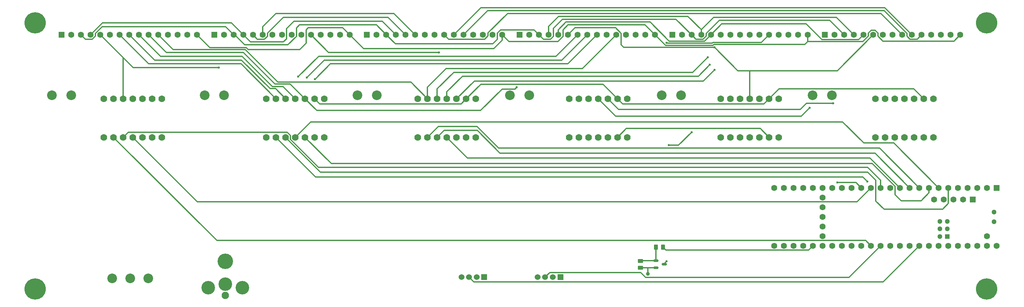
<source format=gtl>
%TF.GenerationSoftware,KiCad,Pcbnew,7.0.6*%
%TF.CreationDate,2023-08-01T16:55:51-04:00*%
%TF.ProjectId,arena_06-inf_teensy,6172656e-615f-4303-962d-696e665f7465,v0.1*%
%TF.SameCoordinates,Original*%
%TF.FileFunction,Copper,L1,Top*%
%TF.FilePolarity,Positive*%
%FSLAX46Y46*%
G04 Gerber Fmt 4.6, Leading zero omitted, Abs format (unit mm)*
G04 Created by KiCad (PCBNEW 7.0.6) date 2023-08-01 16:55:51*
%MOMM*%
%LPD*%
G01*
G04 APERTURE LIST*
G04 Aperture macros list*
%AMRoundRect*
0 Rectangle with rounded corners*
0 $1 Rounding radius*
0 $2 $3 $4 $5 $6 $7 $8 $9 X,Y pos of 4 corners*
0 Add a 4 corners polygon primitive as box body*
4,1,4,$2,$3,$4,$5,$6,$7,$8,$9,$2,$3,0*
0 Add four circle primitives for the rounded corners*
1,1,$1+$1,$2,$3*
1,1,$1+$1,$4,$5*
1,1,$1+$1,$6,$7*
1,1,$1+$1,$8,$9*
0 Add four rect primitives between the rounded corners*
20,1,$1+$1,$2,$3,$4,$5,0*
20,1,$1+$1,$4,$5,$6,$7,0*
20,1,$1+$1,$6,$7,$8,$9,0*
20,1,$1+$1,$8,$9,$2,$3,0*%
G04 Aperture macros list end*
%TA.AperFunction,ComponentPad*%
%ADD10C,2.540000*%
%TD*%
%TA.AperFunction,ComponentPad*%
%ADD11R,1.600000X1.600000*%
%TD*%
%TA.AperFunction,ComponentPad*%
%ADD12C,1.600000*%
%TD*%
%TA.AperFunction,ComponentPad*%
%ADD13C,1.778000*%
%TD*%
%TA.AperFunction,ComponentPad*%
%ADD14C,3.556000*%
%TD*%
%TA.AperFunction,ComponentPad*%
%ADD15C,1.930400*%
%TD*%
%TA.AperFunction,ComponentPad*%
%ADD16C,4.064000*%
%TD*%
%TA.AperFunction,ComponentPad*%
%ADD17R,1.524000X1.524000*%
%TD*%
%TA.AperFunction,ComponentPad*%
%ADD18C,1.524000*%
%TD*%
%TA.AperFunction,ComponentPad*%
%ADD19C,5.600000*%
%TD*%
%TA.AperFunction,ComponentPad*%
%ADD20R,1.300000X1.300000*%
%TD*%
%TA.AperFunction,ComponentPad*%
%ADD21C,1.300000*%
%TD*%
%TA.AperFunction,SMDPad,CuDef*%
%ADD22RoundRect,0.250000X-0.262500X-0.450000X0.262500X-0.450000X0.262500X0.450000X-0.262500X0.450000X0*%
%TD*%
%TA.AperFunction,SMDPad,CuDef*%
%ADD23RoundRect,0.250000X0.450000X-0.262500X0.450000X0.262500X-0.450000X0.262500X-0.450000X-0.262500X0*%
%TD*%
%TA.AperFunction,SMDPad,CuDef*%
%ADD24RoundRect,0.150000X-0.512500X-0.150000X0.512500X-0.150000X0.512500X0.150000X-0.512500X0.150000X0*%
%TD*%
%TA.AperFunction,ViaPad*%
%ADD25C,0.600000*%
%TD*%
%TA.AperFunction,ViaPad*%
%ADD26C,1.000000*%
%TD*%
%TA.AperFunction,Conductor*%
%ADD27C,0.300000*%
%TD*%
%TA.AperFunction,Conductor*%
%ADD28C,0.600000*%
%TD*%
G04 APERTURE END LIST*
D10*
%TO.P,C1,1*%
%TO.N,/VIN*%
X49460000Y-74000000D03*
%TO.P,C1,2*%
%TO.N,GND*%
X54540000Y-74000000D03*
%TD*%
%TO.P,C2,1*%
%TO.N,/VIN*%
X89530200Y-74000000D03*
%TO.P,C2,2*%
%TO.N,GND*%
X94610200Y-74000000D03*
%TD*%
%TO.P,C3,1*%
%TO.N,/VIN*%
X129680200Y-74000000D03*
%TO.P,C3,2*%
%TO.N,GND*%
X134760200Y-74000000D03*
%TD*%
%TO.P,C4,1*%
%TO.N,/VIN*%
X169710000Y-74000000D03*
%TO.P,C4,2*%
%TO.N,GND*%
X174790000Y-74000000D03*
%TD*%
%TO.P,C5,1*%
%TO.N,/VIN*%
X209630200Y-74000000D03*
%TO.P,C5,2*%
%TO.N,GND*%
X214710200Y-74000000D03*
%TD*%
D11*
%TO.P,P1,1*%
%TO.N,/VIN*%
X51970000Y-58100000D03*
D12*
%TO.P,P1,2*%
%TO.N,GND*%
X54510000Y-58100000D03*
%TO.P,P1,3*%
%TO.N,/RESET_PAN*%
X57050000Y-58100000D03*
%TO.P,P1,4*%
%TO.N,/SCK_0_5V*%
X59590000Y-58100000D03*
%TO.P,P1,5*%
%TO.N,/MOSI_0_5V*%
X62130000Y-58100000D03*
%TO.P,P1,6*%
%TO.N,/MISO_0_5V*%
X64670000Y-58100000D03*
%TO.P,P1,7*%
%TO.N,/CS_00_5V*%
X67210000Y-58100000D03*
%TO.P,P1,8*%
%TO.N,/CS_01_5V*%
X69750000Y-58100000D03*
%TO.P,P1,9*%
%TO.N,/CS_02_5V*%
X72290000Y-58100000D03*
%TO.P,P1,10*%
%TO.N,/CS_03_5V*%
X74830000Y-58100000D03*
%TO.P,P1,11*%
%TO.N,/CS_04_5V*%
X77370000Y-58100000D03*
%TO.P,P1,12*%
%TO.N,unconnected-(P1-Pad12)*%
X79910000Y-58100000D03*
%TO.P,P1,13*%
%TO.N,unconnected-(P1-Pad13)*%
X82450000Y-58100000D03*
%TO.P,P1,14*%
%TO.N,unconnected-(P1-Pad14)*%
X84990000Y-58100000D03*
%TO.P,P1,15*%
%TO.N,/EXT_INT_5V*%
X87530000Y-58100000D03*
%TD*%
D11*
%TO.P,P2,1*%
%TO.N,/VIN*%
X92070000Y-58100000D03*
D12*
%TO.P,P2,2*%
%TO.N,GND*%
X94610000Y-58100000D03*
%TO.P,P2,3*%
%TO.N,/RESET_PAN*%
X97150000Y-58100000D03*
%TO.P,P2,4*%
%TO.N,/SCK_0_5V*%
X99690000Y-58100000D03*
%TO.P,P2,5*%
%TO.N,/MOSI_0_5V*%
X102230000Y-58100000D03*
%TO.P,P2,6*%
%TO.N,/MISO_0_5V*%
X104770000Y-58100000D03*
%TO.P,P2,7*%
%TO.N,/CS_05_5V*%
X107310000Y-58100000D03*
%TO.P,P2,8*%
%TO.N,/CS_06_5V*%
X109850000Y-58100000D03*
%TO.P,P2,9*%
%TO.N,/CS_07_5V*%
X112390000Y-58100000D03*
%TO.P,P2,10*%
%TO.N,/CS_08_5V*%
X114930000Y-58100000D03*
%TO.P,P2,11*%
%TO.N,/CS_09_5V*%
X117470000Y-58100000D03*
%TO.P,P2,12*%
%TO.N,unconnected-(P2-Pad12)*%
X120010000Y-58100000D03*
%TO.P,P2,13*%
%TO.N,unconnected-(P2-Pad13)*%
X122550000Y-58100000D03*
%TO.P,P2,14*%
%TO.N,unconnected-(P2-Pad14)*%
X125090000Y-58100000D03*
%TO.P,P2,15*%
%TO.N,/EXT_INT_5V*%
X127630000Y-58100000D03*
%TD*%
D11*
%TO.P,P3,1*%
%TO.N,/VIN*%
X132170000Y-58100000D03*
D12*
%TO.P,P3,2*%
%TO.N,GND*%
X134710000Y-58100000D03*
%TO.P,P3,3*%
%TO.N,/RESET_PAN*%
X137250000Y-58100000D03*
%TO.P,P3,4*%
%TO.N,/SCK_0_5V*%
X139790000Y-58100000D03*
%TO.P,P3,5*%
%TO.N,/MOSI_0_5V*%
X142330000Y-58100000D03*
%TO.P,P3,6*%
%TO.N,/MISO_0_5V*%
X144870000Y-58100000D03*
%TO.P,P3,7*%
%TO.N,/CS_10_5V*%
X147410000Y-58100000D03*
%TO.P,P3,8*%
%TO.N,/CS_11_5V*%
X149950000Y-58100000D03*
%TO.P,P3,9*%
%TO.N,/CS_12_5V*%
X152490000Y-58100000D03*
%TO.P,P3,10*%
%TO.N,/CS_13_5V*%
X155030000Y-58100000D03*
%TO.P,P3,11*%
%TO.N,/CS_14_5V*%
X157570000Y-58100000D03*
%TO.P,P3,12*%
%TO.N,unconnected-(P3-Pad12)*%
X160110000Y-58100000D03*
%TO.P,P3,13*%
%TO.N,unconnected-(P3-Pad13)*%
X162650000Y-58100000D03*
%TO.P,P3,14*%
%TO.N,unconnected-(P3-Pad14)*%
X165190000Y-58100000D03*
%TO.P,P3,15*%
%TO.N,/EXT_INT_5V*%
X167730000Y-58100000D03*
%TD*%
D11*
%TO.P,P4,1*%
%TO.N,/VIN*%
X172270000Y-58100000D03*
D12*
%TO.P,P4,2*%
%TO.N,GND*%
X174810000Y-58100000D03*
%TO.P,P4,3*%
%TO.N,/RESET_PAN*%
X177350000Y-58100000D03*
%TO.P,P4,4*%
%TO.N,/SCK_1_5V*%
X179890000Y-58100000D03*
%TO.P,P4,5*%
%TO.N,/MOSI_1_5V*%
X182430000Y-58100000D03*
%TO.P,P4,6*%
%TO.N,/MISO_1_5V*%
X184970000Y-58100000D03*
%TO.P,P4,7*%
%TO.N,/CS_00_5V*%
X187510000Y-58100000D03*
%TO.P,P4,8*%
%TO.N,/CS_01_5V*%
X190050000Y-58100000D03*
%TO.P,P4,9*%
%TO.N,/CS_02_5V*%
X192590000Y-58100000D03*
%TO.P,P4,10*%
%TO.N,/CS_03_5V*%
X195130000Y-58100000D03*
%TO.P,P4,11*%
%TO.N,/CS_04_5V*%
X197670000Y-58100000D03*
%TO.P,P4,12*%
%TO.N,unconnected-(P4-Pad12)*%
X200210000Y-58100000D03*
%TO.P,P4,13*%
%TO.N,unconnected-(P4-Pad13)*%
X202750000Y-58100000D03*
%TO.P,P4,14*%
%TO.N,unconnected-(P4-Pad14)*%
X205290000Y-58100000D03*
%TO.P,P4,15*%
%TO.N,/EXT_INT_5V*%
X207830000Y-58100000D03*
%TD*%
D11*
%TO.P,P5,1*%
%TO.N,/VIN*%
X212370000Y-58100000D03*
D12*
%TO.P,P5,2*%
%TO.N,GND*%
X214910000Y-58100000D03*
%TO.P,P5,3*%
%TO.N,/RESET_PAN*%
X217450000Y-58100000D03*
%TO.P,P5,4*%
%TO.N,/SCK_1_5V*%
X219990000Y-58100000D03*
%TO.P,P5,5*%
%TO.N,/MOSI_1_5V*%
X222530000Y-58100000D03*
%TO.P,P5,6*%
%TO.N,/MISO_1_5V*%
X225070000Y-58100000D03*
%TO.P,P5,7*%
%TO.N,/CS_05_5V*%
X227610000Y-58100000D03*
%TO.P,P5,8*%
%TO.N,/CS_06_5V*%
X230150000Y-58100000D03*
%TO.P,P5,9*%
%TO.N,/CS_07_5V*%
X232690000Y-58100000D03*
%TO.P,P5,10*%
%TO.N,/CS_08_5V*%
X235230000Y-58100000D03*
%TO.P,P5,11*%
%TO.N,/CS_09_5V*%
X237770000Y-58100000D03*
%TO.P,P5,12*%
%TO.N,unconnected-(P5-Pad12)*%
X240310000Y-58100000D03*
%TO.P,P5,13*%
%TO.N,unconnected-(P5-Pad13)*%
X242850000Y-58100000D03*
%TO.P,P5,14*%
%TO.N,unconnected-(P5-Pad14)*%
X245390000Y-58100000D03*
%TO.P,P5,15*%
%TO.N,/EXT_INT_5V*%
X247930000Y-58100000D03*
%TD*%
D11*
%TO.P,P6,1*%
%TO.N,/VIN*%
X252470000Y-58100000D03*
D12*
%TO.P,P6,2*%
%TO.N,GND*%
X255010000Y-58100000D03*
%TO.P,P6,3*%
%TO.N,/RESET_PAN*%
X257550000Y-58100000D03*
%TO.P,P6,4*%
%TO.N,/SCK_1_5V*%
X260090000Y-58100000D03*
%TO.P,P6,5*%
%TO.N,/MOSI_1_5V*%
X262630000Y-58100000D03*
%TO.P,P6,6*%
%TO.N,/MISO_1_5V*%
X265170000Y-58100000D03*
%TO.P,P6,7*%
%TO.N,/CS_10_5V*%
X267710000Y-58100000D03*
%TO.P,P6,8*%
%TO.N,/CS_11_5V*%
X270250000Y-58100000D03*
%TO.P,P6,9*%
%TO.N,/CS_12_5V*%
X272790000Y-58100000D03*
%TO.P,P6,10*%
%TO.N,/CS_13_5V*%
X275330000Y-58100000D03*
%TO.P,P6,11*%
%TO.N,/CS_14_5V*%
X277870000Y-58100000D03*
%TO.P,P6,12*%
%TO.N,unconnected-(P6-Pad12)*%
X280410000Y-58100000D03*
%TO.P,P6,13*%
%TO.N,unconnected-(P6-Pad13)*%
X282950000Y-58100000D03*
%TO.P,P6,14*%
%TO.N,unconnected-(P6-Pad14)*%
X285490000Y-58100000D03*
%TO.P,P6,15*%
%TO.N,/EXT_INT_5V*%
X288030000Y-58100000D03*
%TD*%
D10*
%TO.P,SW1,1,A*%
%TO.N,/VIN_SW*%
X65250200Y-122200000D03*
%TO.P,SW1,2,B*%
%TO.N,/VIN*%
X70000000Y-122200000D03*
%TO.P,SW1,3,C*%
%TO.N,GND*%
X74749800Y-122200000D03*
%TD*%
D13*
%TO.P,U1,1,OE*%
%TO.N,unconnected-(U1-OE-Pad1)*%
X63060000Y-85080000D03*
%TO.P,U1,2,A1*%
%TO.N,/SCK_0_3V3*%
X65600000Y-85080000D03*
%TO.P,U1,3,A2*%
%TO.N,/MOSI_0_3V3*%
X68140000Y-85080000D03*
%TO.P,U1,4,A3*%
%TO.N,/MISO_0_3V3*%
X70680000Y-85080000D03*
%TO.P,U1,5,A4*%
%TO.N,unconnected-(U1-A4-Pad5)*%
X73220000Y-85080000D03*
%TO.P,U1,6,LV*%
%TO.N,/3V3*%
X75760000Y-85080000D03*
%TO.P,U1,7,GND*%
%TO.N,GND*%
X78300000Y-85080000D03*
%TO.P,U1,8,GND*%
X78300000Y-74920000D03*
%TO.P,U1,9,HV*%
%TO.N,/5V*%
X75760000Y-74920000D03*
%TO.P,U1,10,B4*%
%TO.N,unconnected-(U1-B4-Pad10)*%
X73220000Y-74920000D03*
%TO.P,U1,11,B3*%
%TO.N,/MISO_0_5V*%
X70680000Y-74920000D03*
%TO.P,U1,12,B2*%
%TO.N,/MOSI_0_5V*%
X68140000Y-74920000D03*
%TO.P,U1,13,B1*%
%TO.N,/SCK_0_5V*%
X65600000Y-74920000D03*
%TO.P,U1,14,OE*%
%TO.N,unconnected-(U1-OE-Pad14)*%
X63060000Y-74920000D03*
%TD*%
%TO.P,U2,1,OE*%
%TO.N,unconnected-(U2-OE-Pad1)*%
X225120000Y-85080000D03*
%TO.P,U2,2,A1*%
%TO.N,/SCK_1_3V3*%
X227660000Y-85080000D03*
%TO.P,U2,3,A2*%
%TO.N,/MOSI_1_3V3*%
X230200000Y-85080000D03*
%TO.P,U2,4,A3*%
%TO.N,/MISO_1_3V3*%
X232740000Y-85080000D03*
%TO.P,U2,5,A4*%
%TO.N,unconnected-(U2-A4-Pad5)*%
X235280000Y-85080000D03*
%TO.P,U2,6,LV*%
%TO.N,/3V3*%
X237820000Y-85080000D03*
%TO.P,U2,7,GND*%
%TO.N,GND*%
X240360000Y-85080000D03*
%TO.P,U2,8,GND*%
X240360000Y-74920000D03*
%TO.P,U2,9,HV*%
%TO.N,/5V*%
X237820000Y-74920000D03*
%TO.P,U2,10,B4*%
%TO.N,unconnected-(U2-B4-Pad10)*%
X235280000Y-74920000D03*
%TO.P,U2,11,B3*%
%TO.N,/MISO_1_5V*%
X232740000Y-74920000D03*
%TO.P,U2,12,B2*%
%TO.N,/MOSI_1_5V*%
X230200000Y-74920000D03*
%TO.P,U2,13,B1*%
%TO.N,/SCK_1_5V*%
X227660000Y-74920000D03*
%TO.P,U2,14,OE*%
%TO.N,unconnected-(U2-OE-Pad14)*%
X225120000Y-74920000D03*
%TD*%
%TO.P,U3,1,OE*%
%TO.N,unconnected-(U3-OE-Pad1)*%
X105740000Y-85080000D03*
%TO.P,U3,2,A1*%
%TO.N,/CS_00_3V3*%
X108280000Y-85080000D03*
%TO.P,U3,3,A2*%
%TO.N,/CS_01_3V3*%
X110820000Y-85080000D03*
%TO.P,U3,4,A3*%
%TO.N,/CS_02_3V3*%
X113360000Y-85080000D03*
%TO.P,U3,5,A4*%
%TO.N,/CS_03_3V3*%
X115900000Y-85080000D03*
%TO.P,U3,6,LV*%
%TO.N,/3V3*%
X118440000Y-85080000D03*
%TO.P,U3,7,GND*%
%TO.N,GND*%
X120980000Y-85080000D03*
%TO.P,U3,8,GND*%
X120980000Y-74920000D03*
%TO.P,U3,9,HV*%
%TO.N,/5V*%
X118440000Y-74920000D03*
%TO.P,U3,10,B4*%
%TO.N,/CS_03_5V*%
X115900000Y-74920000D03*
%TO.P,U3,11,B3*%
%TO.N,/CS_02_5V*%
X113360000Y-74920000D03*
%TO.P,U3,12,B2*%
%TO.N,/CS_01_5V*%
X110820000Y-74920000D03*
%TO.P,U3,13,B1*%
%TO.N,/CS_00_5V*%
X108280000Y-74920000D03*
%TO.P,U3,14,OE*%
%TO.N,unconnected-(U3-OE-Pad14)*%
X105740000Y-74920000D03*
%TD*%
%TO.P,U4,1,OE*%
%TO.N,unconnected-(U4-OE-Pad1)*%
X145560000Y-85080000D03*
%TO.P,U4,2,A1*%
%TO.N,/CS_04_3V3*%
X148100000Y-85080000D03*
%TO.P,U4,3,A2*%
%TO.N,/CS_05_3V3*%
X150640000Y-85080000D03*
%TO.P,U4,4,A3*%
%TO.N,/CS_06_3V3*%
X153180000Y-85080000D03*
%TO.P,U4,5,A4*%
%TO.N,/CS_07_3V3*%
X155720000Y-85080000D03*
%TO.P,U4,6,LV*%
%TO.N,/3V3*%
X158260000Y-85080000D03*
%TO.P,U4,7,GND*%
%TO.N,GND*%
X160800000Y-85080000D03*
%TO.P,U4,8,GND*%
X160800000Y-74920000D03*
%TO.P,U4,9,HV*%
%TO.N,/5V*%
X158260000Y-74920000D03*
%TO.P,U4,10,B4*%
%TO.N,/CS_07_5V*%
X155720000Y-74920000D03*
%TO.P,U4,11,B3*%
%TO.N,/CS_06_5V*%
X153180000Y-74920000D03*
%TO.P,U4,12,B2*%
%TO.N,/CS_05_5V*%
X150640000Y-74920000D03*
%TO.P,U4,13,B1*%
%TO.N,/CS_04_5V*%
X148100000Y-74920000D03*
%TO.P,U4,14,OE*%
%TO.N,unconnected-(U4-OE-Pad14)*%
X145560000Y-74920000D03*
%TD*%
%TO.P,U5,1,OE*%
%TO.N,unconnected-(U5-OE-Pad1)*%
X185300000Y-85080000D03*
%TO.P,U5,2,A1*%
%TO.N,/CS_08_3V3*%
X187840000Y-85080000D03*
%TO.P,U5,3,A2*%
%TO.N,/CS_09_3V3*%
X190380000Y-85080000D03*
%TO.P,U5,4,A3*%
%TO.N,/CS_10_3V3*%
X192920000Y-85080000D03*
%TO.P,U5,5,A4*%
%TO.N,/CS_11_3V3*%
X195460000Y-85080000D03*
%TO.P,U5,6,LV*%
%TO.N,/3V3*%
X198000000Y-85080000D03*
%TO.P,U5,7,GND*%
%TO.N,GND*%
X200540000Y-85080000D03*
%TO.P,U5,8,GND*%
X200540000Y-74920000D03*
%TO.P,U5,9,HV*%
%TO.N,/5V*%
X198000000Y-74920000D03*
%TO.P,U5,10,B4*%
%TO.N,/CS_11_5V*%
X195460000Y-74920000D03*
%TO.P,U5,11,B3*%
%TO.N,/CS_10_5V*%
X192920000Y-74920000D03*
%TO.P,U5,12,B2*%
%TO.N,/CS_09_5V*%
X190380000Y-74920000D03*
%TO.P,U5,13,B1*%
%TO.N,/CS_08_5V*%
X187840000Y-74920000D03*
%TO.P,U5,14,OE*%
%TO.N,unconnected-(U5-OE-Pad14)*%
X185300000Y-74920000D03*
%TD*%
%TO.P,U6,1,OE*%
%TO.N,unconnected-(U6-OE-Pad1)*%
X265790000Y-85080000D03*
%TO.P,U6,2,A1*%
%TO.N,/CS_12_3V3*%
X268330000Y-85080000D03*
%TO.P,U6,3,A2*%
%TO.N,/CS_13_3V3*%
X270870000Y-85080000D03*
%TO.P,U6,4,A3*%
%TO.N,/CS_14_3V3*%
X273410000Y-85080000D03*
%TO.P,U6,5,A4*%
%TO.N,unconnected-(U6-A4-Pad5)*%
X275950000Y-85080000D03*
%TO.P,U6,6,LV*%
%TO.N,/3V3*%
X278490000Y-85080000D03*
%TO.P,U6,7,GND*%
%TO.N,GND*%
X281030000Y-85080000D03*
%TO.P,U6,8,GND*%
X281030000Y-74920000D03*
%TO.P,U6,9,HV*%
%TO.N,/5V*%
X278490000Y-74920000D03*
%TO.P,U6,10,B4*%
%TO.N,unconnected-(U6-B4-Pad10)*%
X275950000Y-74920000D03*
%TO.P,U6,11,B3*%
%TO.N,/CS_14_5V*%
X273410000Y-74920000D03*
%TO.P,U6,12,B2*%
%TO.N,/CS_13_5V*%
X270870000Y-74920000D03*
%TO.P,U6,13,B1*%
%TO.N,/CS_12_5V*%
X268330000Y-74920000D03*
%TO.P,U6,14,OE*%
%TO.N,unconnected-(U6-OE-Pad14)*%
X265790000Y-74920000D03*
%TD*%
D14*
%TO.P,J1,*%
%TO.N,*%
X99495800Y-124670000D03*
D15*
X95000000Y-126676600D03*
D14*
X90504200Y-124670000D03*
D16*
%TO.P,J1,1*%
%TO.N,/VIN_SW*%
X95000000Y-117685000D03*
D14*
%TO.P,J1,2*%
%TO.N,GND*%
X95000000Y-123679400D03*
%TD*%
D17*
%TO.P,J2,1,Pin_1*%
%TO.N,GND*%
X163000000Y-121880000D03*
D18*
%TO.P,J2,2,Pin_2*%
%TO.N,/3V3*%
X161000000Y-121880000D03*
%TO.P,J2,3,Pin_3*%
%TO.N,/SDA*%
X159000000Y-121880000D03*
%TO.P,J2,4,Pin_4*%
%TO.N,/SCL*%
X157000000Y-121880000D03*
%TD*%
D19*
%TO.P,H1,1,1*%
%TO.N,GND*%
X45000000Y-55000000D03*
%TD*%
%TO.P,H2,1,1*%
%TO.N,GND*%
X45000000Y-125000000D03*
%TD*%
%TO.P,H4,1,1*%
%TO.N,GND*%
X295000000Y-55000000D03*
%TD*%
D11*
%TO.P,U7,1,GND*%
%TO.N,GND*%
X297610000Y-98368400D03*
D12*
%TO.P,U7,2,0_RX1_CRX2_CS1*%
%TO.N,unconnected-(U7-0_RX1_CRX2_CS1-Pad2)*%
X295070000Y-98368400D03*
%TO.P,U7,3,1_TX1_CTX2_MISO1*%
%TO.N,/MISO_1_3V3*%
X292530000Y-98368400D03*
%TO.P,U7,4,2_OUT2*%
%TO.N,unconnected-(U7-2_OUT2-Pad4)*%
X289990000Y-98368400D03*
%TO.P,U7,5,3_LRCLK2*%
%TO.N,/CS_00_3V3*%
X287450000Y-98368400D03*
%TO.P,U7,6,4_BCLK2*%
%TO.N,/CS_01_3V3*%
X284910000Y-98368400D03*
%TO.P,U7,7,5_IN2*%
%TO.N,/CS_02_3V3*%
X282370000Y-98368400D03*
%TO.P,U7,8,6_OUT1D*%
%TO.N,/CS_03_3V3*%
X279830000Y-98368400D03*
%TO.P,U7,9,7_RX2_OUT1A*%
%TO.N,/CS_04_3V3*%
X277290000Y-98368400D03*
%TO.P,U7,10,8_TX2_IN1*%
%TO.N,/CS_05_3V3*%
X274750000Y-98368400D03*
%TO.P,U7,11,9_OUT1C*%
%TO.N,/CS_06_3V3*%
X272210000Y-98368400D03*
%TO.P,U7,12,10_CS_MQSR*%
%TO.N,unconnected-(U7-10_CS_MQSR-Pad12)*%
X269670000Y-98368400D03*
%TO.P,U7,13,11_MOSI_CTX1*%
%TO.N,/MOSI_0_3V3*%
X267130000Y-98368400D03*
%TO.P,U7,14,12_MISO_MQSL*%
%TO.N,/MISO_0_3V3*%
X264590000Y-98368400D03*
%TO.P,U7,15,3V3*%
%TO.N,/3V3*%
X262050000Y-98368400D03*
%TO.P,U7,16,24_A10_TX6_SCL2*%
%TO.N,unconnected-(U7-24_A10_TX6_SCL2-Pad16)*%
X259510000Y-98368400D03*
%TO.P,U7,17,25_A11_RX6_SDA2*%
%TO.N,unconnected-(U7-25_A11_RX6_SDA2-Pad17)*%
X256970000Y-98368400D03*
%TO.P,U7,18,26_A12_MOSI1*%
%TO.N,/MOSI_1_3V3*%
X254430000Y-98368400D03*
%TO.P,U7,19,27_A13_SCK1*%
%TO.N,/SCK_1_3V3*%
X251890000Y-98368400D03*
%TO.P,U7,20,28_RX7*%
%TO.N,unconnected-(U7-28_RX7-Pad20)*%
X249350000Y-98368400D03*
%TO.P,U7,21,29_TX7*%
%TO.N,/CS_07_3V3*%
X246810000Y-98368400D03*
%TO.P,U7,22,30_CRX3*%
%TO.N,/CS_08_3V3*%
X244270000Y-98368400D03*
%TO.P,U7,23,31_CTX3*%
%TO.N,/CS_09_3V3*%
X241730000Y-98368400D03*
%TO.P,U7,24,32_OUT1B*%
%TO.N,/CS_10_3V3*%
X239190000Y-98368400D03*
%TO.P,U7,25,33_MCLK2*%
%TO.N,/CS_11_3V3*%
X239190000Y-113608400D03*
%TO.P,U7,26,34_RX8*%
%TO.N,/CS_12_3V3*%
X241730000Y-113608400D03*
%TO.P,U7,27,35_TX8*%
%TO.N,/CS_13_3V3*%
X244270000Y-113608400D03*
%TO.P,U7,28,36_CS*%
%TO.N,/CS_14_3V3*%
X246810000Y-113608400D03*
%TO.P,U7,29,37_CS*%
%TO.N,/RESET*%
X249350000Y-113608400D03*
%TO.P,U7,30,38_CS1_IN1*%
%TO.N,unconnected-(U7-38_CS1_IN1-Pad30)*%
X251890000Y-113608400D03*
%TO.P,U7,31,39_MISO1_OUT1A*%
%TO.N,unconnected-(U7-39_MISO1_OUT1A-Pad31)*%
X254430000Y-113608400D03*
%TO.P,U7,32,40_A16*%
%TO.N,unconnected-(U7-40_A16-Pad32)*%
X256970000Y-113608400D03*
%TO.P,U7,33,41_A17*%
%TO.N,unconnected-(U7-41_A17-Pad33)*%
X259510000Y-113608400D03*
%TO.P,U7,34,GND*%
%TO.N,GND*%
X262050000Y-113608400D03*
%TO.P,U7,35,13_SCK_LED*%
%TO.N,/SCK_0_3V3*%
X264590000Y-113608400D03*
%TO.P,U7,36,14_A0_TX3_SPDIF_OUT*%
%TO.N,/A0*%
X267130000Y-113608400D03*
%TO.P,U7,37,15_A1_RX3_SPDIF_IN*%
%TO.N,/A1*%
X269670000Y-113608400D03*
%TO.P,U7,38,16_A2_RX4_SCL1*%
%TO.N,unconnected-(U7-16_A2_RX4_SCL1-Pad38)*%
X272210000Y-113608400D03*
%TO.P,U7,39,17_A3_TX4_SDA1*%
%TO.N,unconnected-(U7-17_A3_TX4_SDA1-Pad39)*%
X274750000Y-113608400D03*
%TO.P,U7,40,18_A4_SDA*%
%TO.N,/SDA*%
X277290000Y-113608400D03*
%TO.P,U7,41,19_A5_SCL*%
%TO.N,/SCL*%
X279830000Y-113608400D03*
%TO.P,U7,42,20_A6_TX5_LRCLK1*%
%TO.N,unconnected-(U7-20_A6_TX5_LRCLK1-Pad42)*%
X282370000Y-113608400D03*
%TO.P,U7,43,21_A7_RX5_BCLK1*%
%TO.N,unconnected-(U7-21_A7_RX5_BCLK1-Pad43)*%
X284910000Y-113608400D03*
%TO.P,U7,44,22_A8_CTX1*%
%TO.N,unconnected-(U7-22_A8_CTX1-Pad44)*%
X287450000Y-113608400D03*
%TO.P,U7,45,23_A9_CRX1_MCLK1*%
%TO.N,unconnected-(U7-23_A9_CRX1_MCLK1-Pad45)*%
X289990000Y-113608400D03*
%TO.P,U7,46,3V3*%
%TO.N,/3V3*%
X292530000Y-113608400D03*
%TO.P,U7,47,GND*%
%TO.N,GND*%
X295070000Y-113608400D03*
%TO.P,U7,48,VIN*%
%TO.N,unconnected-(U7-VIN-Pad48)*%
X297610000Y-113608400D03*
%TO.P,U7,49,VUSB*%
%TO.N,/5V*%
X295070000Y-111068400D03*
%TO.P,U7,50,VBAT*%
%TO.N,unconnected-(U7-VBAT-Pad50)*%
X251890000Y-100908400D03*
%TO.P,U7,51,3V3*%
%TO.N,unconnected-(U7-3V3-Pad51)*%
X251890000Y-103448400D03*
%TO.P,U7,52,GND*%
%TO.N,unconnected-(U7-GND-Pad52)*%
X251890000Y-105988400D03*
%TO.P,U7,53,PROGRAM*%
%TO.N,unconnected-(U7-PROGRAM-Pad53)*%
X251890000Y-108528400D03*
%TO.P,U7,54,ON_OFF*%
%TO.N,unconnected-(U7-ON_OFF-Pad54)*%
X251890000Y-111068400D03*
D11*
%TO.P,U7,55,5V*%
%TO.N,unconnected-(U7-5V-Pad55)*%
X291310800Y-101419200D03*
D12*
%TO.P,U7,56,D-*%
%TO.N,unconnected-(U7-D--Pad56)*%
X288770800Y-101419200D03*
%TO.P,U7,57,D+*%
%TO.N,unconnected-(U7-D+-Pad57)*%
X286230800Y-101419200D03*
%TO.P,U7,58,GND*%
%TO.N,unconnected-(U7-GND-Pad58)*%
X283690800Y-101419200D03*
%TO.P,U7,59,GND*%
%TO.N,unconnected-(U7-GND-Pad59)*%
X281150800Y-101419200D03*
D20*
%TO.P,U7,60,R+*%
%TO.N,unconnected-(U7-R+-Pad60)*%
X284640000Y-111170000D03*
D21*
%TO.P,U7,61,LED*%
%TO.N,unconnected-(U7-LED-Pad61)*%
X284640000Y-109170000D03*
%TO.P,U7,62,T-*%
%TO.N,unconnected-(U7-T--Pad62)*%
X284640000Y-107170000D03*
%TO.P,U7,63,T+*%
%TO.N,unconnected-(U7-T+-Pad63)*%
X282640000Y-107170000D03*
%TO.P,U7,64,GND*%
%TO.N,unconnected-(U7-GND-Pad64)*%
X282640000Y-109170000D03*
%TO.P,U7,65,R-*%
%TO.N,unconnected-(U7-R--Pad65)*%
X282640000Y-111170000D03*
%TO.P,U7,66,D-*%
%TO.N,unconnected-(U7-D--Pad66)*%
X296880000Y-107258400D03*
%TO.P,U7,67,D+*%
%TO.N,unconnected-(U7-D+-Pad67)*%
X296880000Y-104718400D03*
%TD*%
D19*
%TO.P,H3,1,1*%
%TO.N,GND*%
X295000000Y-125000000D03*
%TD*%
D17*
%TO.P,J3,1,Pin_1*%
%TO.N,GND*%
X183000000Y-121850000D03*
D18*
%TO.P,J3,2,Pin_2*%
%TO.N,/3V3*%
X181000000Y-121850000D03*
%TO.P,J3,3,Pin_3*%
%TO.N,/A0*%
X179000000Y-121850000D03*
%TO.P,J3,4,Pin_4*%
%TO.N,/A1*%
X177000000Y-121850000D03*
%TD*%
D22*
%TO.P,R1,1*%
%TO.N,Net-(Q2-G)*%
X208087500Y-114000000D03*
%TO.P,R1,2*%
%TO.N,/RESET*%
X209912500Y-114000000D03*
%TD*%
D10*
%TO.P,C6,1*%
%TO.N,/VIN*%
X249260000Y-74000000D03*
%TO.P,C6,2*%
%TO.N,GND*%
X254340000Y-74000000D03*
%TD*%
D23*
%TO.P,R2,1*%
%TO.N,GND*%
X204000000Y-119412500D03*
%TO.P,R2,2*%
%TO.N,Net-(Q2-G)*%
X204000000Y-117587500D03*
%TD*%
D24*
%TO.P,Q2,1,G*%
%TO.N,Net-(Q2-G)*%
X208052500Y-117530000D03*
%TO.P,Q2,2,S*%
%TO.N,GND*%
X208052500Y-119430000D03*
%TO.P,Q2,3,D*%
%TO.N,/RESET_PAN*%
X210327500Y-118480000D03*
%TD*%
D25*
%TO.N,/3V3*%
X255771200Y-96987900D03*
%TO.N,/MISO_1_5V*%
X223458600Y-61395000D03*
%TO.N,/CS_00_5V*%
X114100000Y-69100000D03*
%TO.N,/CS_01_5V*%
X116370000Y-69370000D03*
%TO.N,/CS_02_5V*%
X118515000Y-69765000D03*
%TO.N,/CS_03_5V*%
X171514950Y-71914950D03*
%TO.N,/MOSI_0_5V*%
X93250000Y-66750000D03*
%TO.N,/CS_05_5V*%
X221720500Y-64052500D03*
%TO.N,/CS_06_5V*%
X222240400Y-66009600D03*
%TO.N,/CS_07_5V*%
X223501300Y-67288700D03*
%TO.N,/CS_09_5V*%
X151085000Y-62723600D03*
X210918000Y-60211500D03*
%TO.N,/RESET_PAN*%
X211443700Y-87165200D03*
X210917600Y-117672900D03*
X217450000Y-83750000D03*
D26*
%TO.N,GND*%
X206000000Y-121000000D03*
D25*
%TO.N,/CS_10_5V*%
X248494600Y-77315400D03*
%TO.N,/CS_11_5V*%
X254667700Y-76161200D03*
%TO.N,/CS_00_3V3*%
X263658400Y-96694100D03*
%TD*%
D27*
%TO.N,/3V3*%
X198000000Y-85080000D02*
X200330000Y-82750000D01*
X262050000Y-98368400D02*
X260669500Y-96987900D01*
X200330000Y-82750000D02*
X235490000Y-82750000D01*
X235490000Y-82750000D02*
X237820000Y-85080000D01*
X260669500Y-96987900D02*
X255771200Y-96987900D01*
%TO.N,/5V*%
X194180000Y-71100000D02*
X198000000Y-74920000D01*
X118440000Y-74920000D02*
X119783900Y-76263900D01*
X236424900Y-76315100D02*
X237820000Y-74920000D01*
X156916100Y-76263900D02*
X158260000Y-74920000D01*
X237820000Y-74920000D02*
X240460100Y-72279900D01*
X119783900Y-76263900D02*
X156916100Y-76263900D01*
X158260000Y-74920000D02*
X162080000Y-71100000D01*
X162080000Y-71100000D02*
X194180000Y-71100000D01*
X240460100Y-72279900D02*
X275849900Y-72279900D01*
X275849900Y-72279900D02*
X278490000Y-74920000D01*
X198000000Y-74920000D02*
X199395100Y-76315100D01*
X199395100Y-76315100D02*
X236424900Y-76315100D01*
%TO.N,/SDA*%
X160212200Y-123092200D02*
X267806200Y-123092200D01*
X159000000Y-121880000D02*
X160212200Y-123092200D01*
X267806200Y-123092200D02*
X277290000Y-113608400D01*
%TO.N,/EXT_INT_5V*%
X114500000Y-62000000D02*
X100957106Y-62000000D01*
X266440000Y-58473900D02*
X267721100Y-59755000D01*
X264666300Y-56945500D02*
X265687900Y-56945500D01*
X167730000Y-59520000D02*
X167730000Y-58100000D01*
X165500000Y-61750000D02*
X167730000Y-59520000D01*
X116200000Y-60300000D02*
X114500000Y-62000000D01*
X247226100Y-60615400D02*
X223318900Y-60615400D01*
X90930000Y-61500000D02*
X87530000Y-58100000D01*
X247930000Y-59911500D02*
X247226100Y-60615400D01*
X223045200Y-60889100D02*
X210619100Y-60889100D01*
X127630000Y-58100000D02*
X125780000Y-56250000D01*
X247930000Y-59911500D02*
X247930000Y-58100000D01*
X205230000Y-55500000D02*
X207830000Y-58100000D01*
X185000000Y-55500000D02*
X205230000Y-55500000D01*
X265687900Y-56945500D02*
X266440000Y-57697600D01*
X182363500Y-59862600D02*
X183700000Y-58526100D01*
X266440000Y-57697600D02*
X266440000Y-58473900D01*
X100957106Y-62000000D02*
X100457106Y-61500000D01*
X116200000Y-56800000D02*
X116200000Y-60300000D01*
X263900000Y-57711800D02*
X264666300Y-56945500D01*
X169492600Y-59862600D02*
X182363500Y-59862600D01*
X183700000Y-58526100D02*
X183700000Y-56800000D01*
X116750000Y-56250000D02*
X116200000Y-56800000D01*
X183700000Y-56800000D02*
X185000000Y-55500000D01*
X127630000Y-58100000D02*
X131280000Y-61750000D01*
X263900000Y-58456600D02*
X263900000Y-57711800D01*
X210619100Y-60889100D02*
X207830000Y-58100000D01*
X286375000Y-59755000D02*
X288030000Y-58100000D01*
X100457106Y-61500000D02*
X90930000Y-61500000D01*
X131280000Y-61750000D02*
X165500000Y-61750000D01*
X223318900Y-60615400D02*
X223045200Y-60889100D01*
X247930000Y-59911500D02*
X262445100Y-59911500D01*
X125780000Y-56250000D02*
X116750000Y-56250000D01*
X267721100Y-59755000D02*
X286375000Y-59755000D01*
X167730000Y-58100000D02*
X169492600Y-59862600D01*
X262445100Y-59911500D02*
X263900000Y-58456600D01*
%TO.N,/MISO_0_3V3*%
X251355254Y-102000000D02*
X251413654Y-102058400D01*
X251413654Y-102058400D02*
X260900000Y-102058400D01*
X87600000Y-102000000D02*
X251355254Y-102000000D01*
X70680000Y-85080000D02*
X87600000Y-102000000D01*
X260900000Y-102058400D02*
X264590000Y-98368400D01*
%TO.N,/MISO_0_5V*%
X108250000Y-52500000D02*
X104770000Y-55980000D01*
X104770000Y-55980000D02*
X104770000Y-58100000D01*
X139270000Y-52500000D02*
X108250000Y-52500000D01*
X144870000Y-58100000D02*
X139270000Y-52500000D01*
%TO.N,/A0*%
X180212200Y-120637800D02*
X204085800Y-120637800D01*
X204085800Y-120637800D02*
X205413200Y-121965200D01*
X205413200Y-121965200D02*
X258773200Y-121965200D01*
X179000000Y-121850000D02*
X180212200Y-120637800D01*
X258773200Y-121965200D02*
X267130000Y-113608400D01*
%TO.N,/MISO_1_5V*%
X223452700Y-61389100D02*
X223458600Y-61395000D01*
X184970000Y-58100000D02*
X186820000Y-56250000D01*
X199639100Y-61389100D02*
X223452700Y-61389100D01*
X198940000Y-60690000D02*
X199639100Y-61389100D01*
X223458600Y-61395000D02*
X229614700Y-67551100D01*
X198940000Y-57722200D02*
X198940000Y-60690000D01*
X232740000Y-67551100D02*
X255718900Y-67551100D01*
X197467800Y-56250000D02*
X198940000Y-57722200D01*
X229614700Y-67551100D02*
X232740000Y-67551100D01*
X255718900Y-67551100D02*
X265170000Y-58100000D01*
X232740000Y-74920000D02*
X232740000Y-67551100D01*
X186820000Y-56250000D02*
X197467800Y-56250000D01*
%TO.N,/CS_00_5V*%
X119500000Y-63750000D02*
X181860000Y-63750000D01*
X114150000Y-69100000D02*
X119500000Y-63750000D01*
X99110000Y-65750000D02*
X74860000Y-65750000D01*
X181860000Y-63750000D02*
X187510000Y-58100000D01*
X108280000Y-74920000D02*
X99110000Y-65750000D01*
X114100000Y-69100000D02*
X114150000Y-69100000D01*
X74860000Y-65750000D02*
X67210000Y-58100000D01*
%TO.N,/CS_01_5V*%
X99250000Y-64750000D02*
X76400000Y-64750000D01*
X120990000Y-64750000D02*
X183400000Y-64750000D01*
X76400000Y-64750000D02*
X69750000Y-58100000D01*
X183400000Y-64750000D02*
X190050000Y-58100000D01*
X106766500Y-72266500D02*
X99250000Y-64750000D01*
X110820000Y-74920000D02*
X108166500Y-72266500D01*
X116370000Y-69370000D02*
X120990000Y-64750000D01*
X108166500Y-72266500D02*
X106766500Y-72266500D01*
%TO.N,/CS_02_5V*%
X107348606Y-71724200D02*
X99374406Y-63750000D01*
X99374406Y-63750000D02*
X77940000Y-63750000D01*
X110164200Y-71724200D02*
X107348606Y-71724200D01*
X118515000Y-69765000D02*
X118587550Y-69765000D01*
X122602550Y-65750000D02*
X184940000Y-65750000D01*
X77940000Y-63750000D02*
X72290000Y-58100000D01*
X113360000Y-74920000D02*
X110164200Y-71724200D01*
X184940000Y-65750000D02*
X192590000Y-58100000D01*
X118587550Y-69765000D02*
X122602550Y-65750000D01*
%TO.N,/CS_03_5V*%
X79480000Y-62750000D02*
X74830000Y-58100000D01*
X112027400Y-71047400D02*
X108047400Y-71047400D01*
X115900000Y-74920000D02*
X112027400Y-71047400D01*
X167680900Y-72365800D02*
X162046700Y-78000000D01*
X118980000Y-78000000D02*
X115900000Y-74920000D01*
X171064100Y-72365800D02*
X167680900Y-72365800D01*
X108047400Y-71047400D02*
X99750000Y-62750000D01*
X99750000Y-62750000D02*
X79480000Y-62750000D01*
X162046700Y-78000000D02*
X118980000Y-78000000D01*
X171514950Y-71914950D02*
X171064100Y-72365800D01*
%TO.N,/CS_04_5V*%
X143727200Y-70547200D02*
X108797200Y-70547200D01*
X153000000Y-67000000D02*
X188770000Y-67000000D01*
X108797200Y-70547200D02*
X100250000Y-62000000D01*
X148100000Y-71900000D02*
X153000000Y-67000000D01*
X188770000Y-67000000D02*
X197670000Y-58100000D01*
X81270000Y-62000000D02*
X77370000Y-58100000D01*
X100250000Y-62000000D02*
X81270000Y-62000000D01*
X148100000Y-74920000D02*
X143727200Y-70547200D01*
X148100000Y-74920000D02*
X148100000Y-71900000D01*
%TO.N,/MOSI_0_3V3*%
X112090000Y-84574100D02*
X112090000Y-85642600D01*
X111256700Y-83740800D02*
X112090000Y-84574100D01*
X112090000Y-85642600D02*
X119447400Y-93000000D01*
X267130000Y-96380000D02*
X267130000Y-98368400D01*
X119447400Y-93000000D02*
X263750000Y-93000000D01*
X263750000Y-93000000D02*
X267130000Y-96380000D01*
X69479200Y-83740800D02*
X111256700Y-83740800D01*
X68140000Y-85080000D02*
X69479200Y-83740800D01*
%TO.N,/MOSI_0_5V*%
X106040000Y-58478200D02*
X106040000Y-57640500D01*
X93250000Y-66750000D02*
X70780000Y-66750000D01*
X137730000Y-53500000D02*
X142330000Y-58100000D01*
X105261700Y-59256500D02*
X106040000Y-58478200D01*
X102230000Y-58100000D02*
X103386500Y-59256500D01*
X106040000Y-57640500D02*
X110180500Y-53500000D01*
X62130000Y-58100000D02*
X68140000Y-64110000D01*
X68140000Y-64110000D02*
X68140000Y-74920000D01*
X70780000Y-66750000D02*
X68140000Y-64110000D01*
X103386500Y-59256500D02*
X105261700Y-59256500D01*
X110180500Y-53500000D02*
X137730000Y-53500000D01*
%TO.N,/CS_05_5V*%
X217773000Y-68000000D02*
X221720500Y-64052500D01*
X155000000Y-68000000D02*
X217773000Y-68000000D01*
X150640000Y-74920000D02*
X150640000Y-72360000D01*
X150640000Y-72360000D02*
X155000000Y-68000000D01*
%TO.N,/MOSI_1_5V*%
X206569000Y-54750000D02*
X211572100Y-59753100D01*
X261322800Y-59407200D02*
X262630000Y-58100000D01*
X220876900Y-59753100D02*
X222530000Y-58100000D01*
X251682100Y-59407200D02*
X261322800Y-59407200D01*
X247524900Y-55250000D02*
X251682100Y-59407200D01*
X184500000Y-54750000D02*
X206569000Y-54750000D01*
X211572100Y-59753100D02*
X220876900Y-59753100D01*
X222530000Y-58100000D02*
X225380000Y-55250000D01*
X182430000Y-56820000D02*
X184500000Y-54750000D01*
X225380000Y-55250000D02*
X247524900Y-55250000D01*
X182430000Y-58100000D02*
X182430000Y-56820000D01*
%TO.N,/CS_06_5V*%
X153180000Y-73070000D02*
X157250000Y-69000000D01*
X219250000Y-69000000D02*
X222240400Y-66009600D01*
X153180000Y-74920000D02*
X153180000Y-73070000D01*
X157250000Y-69000000D02*
X219250000Y-69000000D01*
%TO.N,/CS_07_5V*%
X155720000Y-74920000D02*
X160390000Y-70250000D01*
X220540000Y-70250000D02*
X223501300Y-67288700D01*
X160390000Y-70250000D02*
X220540000Y-70250000D01*
%TO.N,/CS_09_5V*%
X210997400Y-60290900D02*
X210918000Y-60211500D01*
X223111800Y-60115300D02*
X222936200Y-60290900D01*
X237770000Y-58100000D02*
X235754700Y-60115300D01*
X222936200Y-60290900D02*
X210997400Y-60290900D01*
X235754700Y-60115300D02*
X223111800Y-60115300D01*
X151085000Y-62723600D02*
X122093600Y-62723600D01*
X122093600Y-62723600D02*
X117470000Y-58100000D01*
%TO.N,/RESET*%
X210684700Y-114772200D02*
X248186200Y-114772200D01*
X248186200Y-114772200D02*
X249350000Y-113608400D01*
X209912500Y-114000000D02*
X210684700Y-114772200D01*
%TO.N,/RESET_PAN*%
X165250000Y-60500000D02*
X139650000Y-60500000D01*
X178550000Y-59300000D02*
X177350000Y-58100000D01*
X253700000Y-54250000D02*
X224750000Y-54250000D01*
X111433000Y-60750000D02*
X100093000Y-60750000D01*
X217450000Y-58100000D02*
X213350000Y-54000000D01*
X213350000Y-54000000D02*
X183576750Y-54000000D01*
X221260000Y-58456500D02*
X220463500Y-59253000D01*
X100093000Y-60750000D02*
X97443000Y-58100000D01*
X210327500Y-118263000D02*
X210327500Y-118480000D01*
X217450000Y-83750000D02*
X214034800Y-87165200D01*
X218603000Y-59253000D02*
X217450000Y-58100000D01*
X139650000Y-60500000D02*
X137250000Y-58100000D01*
X95050000Y-56000000D02*
X97150000Y-58100000D01*
X97443000Y-58100000D02*
X97150000Y-58100000D01*
X60029400Y-59296500D02*
X60860000Y-58465900D01*
X220463500Y-59253000D02*
X218603000Y-59253000D01*
X60860000Y-58465900D02*
X60860000Y-57743600D01*
X181160100Y-58553000D02*
X180413100Y-59300000D01*
X224750000Y-54250000D02*
X221260000Y-57740000D01*
X167317300Y-56836900D02*
X166460000Y-57694200D01*
X210917600Y-117672900D02*
X210327500Y-118263000D01*
X62603600Y-56000000D02*
X95050000Y-56000000D01*
X214034800Y-87165200D02*
X211443700Y-87165200D01*
X180413100Y-59300000D02*
X178550000Y-59300000D01*
X166460000Y-57694200D02*
X166460000Y-59290000D01*
X113660000Y-56276400D02*
X113660000Y-58523000D01*
X177350000Y-58100000D02*
X176086900Y-56836900D01*
X58246500Y-59296500D02*
X60029400Y-59296500D01*
X60860000Y-57743600D02*
X62603600Y-56000000D01*
X166460000Y-59290000D02*
X165250000Y-60500000D01*
X257550000Y-58100000D02*
X253700000Y-54250000D01*
X181160100Y-56416650D02*
X181160100Y-58553000D01*
X134650000Y-55500000D02*
X114436400Y-55500000D01*
X114436400Y-55500000D02*
X113660000Y-56276400D01*
X183576750Y-54000000D02*
X181160100Y-56416650D01*
X176086900Y-56836900D02*
X167317300Y-56836900D01*
X137250000Y-58100000D02*
X134650000Y-55500000D01*
X57050000Y-58100000D02*
X58246500Y-59296500D01*
X221260000Y-57740000D02*
X221260000Y-58456500D01*
X113660000Y-58523000D02*
X111433000Y-60750000D01*
%TO.N,/SCK_0_3V3*%
X65600000Y-85080000D02*
X92750600Y-112230600D01*
X92750600Y-112230600D02*
X263212200Y-112230600D01*
X263212200Y-112230600D02*
X264590000Y-113608400D01*
%TO.N,/SCK_0_5V*%
X110250000Y-60000000D02*
X101590000Y-60000000D01*
X111038300Y-56461700D02*
X111038300Y-59211700D01*
X62690000Y-55000000D02*
X59590000Y-58100000D01*
X139790000Y-58100000D02*
X136190000Y-54500000D01*
X111038300Y-59211700D02*
X110250000Y-60000000D01*
X113000000Y-54500000D02*
X111038300Y-56461700D01*
X99690000Y-58100000D02*
X96590000Y-55000000D01*
X136190000Y-54500000D02*
X113000000Y-54500000D01*
X101590000Y-60000000D02*
X99690000Y-58100000D01*
X96590000Y-55000000D02*
X62690000Y-55000000D01*
%TO.N,/SCK_1_5V*%
X216500000Y-53250000D02*
X219990000Y-56740000D01*
X219990000Y-56760000D02*
X219990000Y-58100000D01*
X223250000Y-53500000D02*
X219990000Y-56760000D01*
X179890000Y-55860000D02*
X182500000Y-53250000D01*
X179890000Y-58100000D02*
X179890000Y-55860000D01*
X219990000Y-56740000D02*
X219990000Y-58100000D01*
X260090000Y-58100000D02*
X255490000Y-53500000D01*
X255490000Y-53500000D02*
X223250000Y-53500000D01*
X182500000Y-53250000D02*
X216500000Y-53250000D01*
%TO.N,GND*%
X206000000Y-119430000D02*
X206000000Y-121000000D01*
X204018000Y-119430000D02*
X204009000Y-119421000D01*
X206000000Y-119430000D02*
X204018000Y-119430000D01*
X208052000Y-119430000D02*
X206000000Y-119430000D01*
D28*
X204008500Y-119421000D02*
X204000000Y-119412500D01*
X204009000Y-119421000D02*
X204008500Y-119421000D01*
D27*
X204009000Y-119421000D02*
X204000000Y-119412000D01*
D28*
X208052000Y-119430000D02*
X208052500Y-119430000D01*
D27*
%TO.N,/CS_10_5V*%
X246310000Y-79500000D02*
X197500000Y-79500000D01*
X248494600Y-77315400D02*
X246310000Y-79500000D01*
X197500000Y-79500000D02*
X192920000Y-74920000D01*
%TO.N,/CS_11_5V*%
X247599200Y-76161200D02*
X254667700Y-76161200D01*
X198290000Y-77750000D02*
X246010400Y-77750000D01*
X246010400Y-77750000D02*
X247599200Y-76161200D01*
X195460000Y-74920000D02*
X198290000Y-77750000D01*
%TO.N,/CS_12_5V*%
X163121100Y-59255500D02*
X164019900Y-58356700D01*
X267190000Y-52500000D02*
X272790000Y-58100000D01*
X152490000Y-58100000D02*
X153645500Y-59255500D01*
X164019900Y-57591800D02*
X169111700Y-52500000D01*
X164019900Y-58356700D02*
X164019900Y-57591800D01*
X169111700Y-52500000D02*
X267190000Y-52500000D01*
X153645500Y-59255500D02*
X163121100Y-59255500D01*
%TO.N,/CS_13_5V*%
X162130000Y-51000000D02*
X155030000Y-58100000D01*
X268230000Y-51000000D02*
X162130000Y-51000000D01*
X275330000Y-58100000D02*
X268230000Y-51000000D01*
%TO.N,/CS_14_5V*%
X276715200Y-59254800D02*
X277870000Y-58100000D01*
X163920000Y-51750000D02*
X268075000Y-51750000D01*
X274845300Y-59254800D02*
X276715200Y-59254800D01*
X268075000Y-51750000D02*
X274060000Y-57735000D01*
X157570000Y-58100000D02*
X163920000Y-51750000D01*
X274060000Y-58469500D02*
X274845300Y-59254800D01*
X274060000Y-57735000D02*
X274060000Y-58469500D01*
%TO.N,Net-(Q2-G)*%
X208052500Y-117530000D02*
X204057500Y-117530000D01*
X208087500Y-117495000D02*
X208052500Y-117530000D01*
X208087500Y-114000000D02*
X208087500Y-117495000D01*
X204057500Y-117530000D02*
X204000000Y-117587500D01*
%TO.N,/CS_00_3V3*%
X118700000Y-95500000D02*
X108280000Y-85080000D01*
X263658400Y-96694100D02*
X262464300Y-95500000D01*
X262464300Y-95500000D02*
X118700000Y-95500000D01*
%TO.N,/CS_01_3V3*%
X119990000Y-94250000D02*
X263750000Y-94250000D01*
X283402773Y-104000000D02*
X284910000Y-102492773D01*
X110820000Y-85080000D02*
X119990000Y-94250000D01*
X265860000Y-101860000D02*
X268000000Y-104000000D01*
X263750000Y-94250000D02*
X265860000Y-96360000D01*
X265860000Y-96360000D02*
X265860000Y-101860000D01*
X284910000Y-102492773D02*
X284910000Y-98368400D01*
X268000000Y-104000000D02*
X283402773Y-104000000D01*
%TO.N,/CS_02_3V3*%
X257103400Y-81000000D02*
X117440000Y-81000000D01*
X282370000Y-98368400D02*
X270573600Y-86572000D01*
X270573600Y-86572000D02*
X262675400Y-86572000D01*
X262675400Y-86572000D02*
X257103400Y-81000000D01*
X117440000Y-81000000D02*
X113360000Y-85080000D01*
%TO.N,/CS_03_3V3*%
X279830000Y-99670000D02*
X279830000Y-98368400D01*
X270940000Y-98003400D02*
X270940000Y-100190000D01*
X122820000Y-92000000D02*
X264936600Y-92000000D01*
X277750000Y-101750000D02*
X279830000Y-99670000D01*
X270940000Y-100190000D02*
X272500000Y-101750000D01*
X264936600Y-92000000D02*
X270940000Y-98003400D01*
X115900000Y-85080000D02*
X122820000Y-92000000D01*
X272500000Y-101750000D02*
X277750000Y-101750000D01*
%TO.N,/CS_04_3V3*%
X166754600Y-87899000D02*
X161105600Y-82250000D01*
X150930000Y-82250000D02*
X148100000Y-85080000D01*
X266820600Y-87899000D02*
X166754600Y-87899000D01*
X277290000Y-98368400D02*
X266820600Y-87899000D01*
X161105600Y-82250000D02*
X150930000Y-82250000D01*
%TO.N,/CS_05_3V3*%
X265631600Y-89250000D02*
X167148200Y-89250000D01*
X152470000Y-83250000D02*
X150640000Y-85080000D01*
X161148200Y-83250000D02*
X152470000Y-83250000D01*
X274750000Y-98368400D02*
X265631600Y-89250000D01*
X167148200Y-89250000D02*
X161148200Y-83250000D01*
%TO.N,/CS_06_3V3*%
X153180000Y-85080000D02*
X158600000Y-90500000D01*
X158600000Y-90500000D02*
X264341600Y-90500000D01*
X264341600Y-90500000D02*
X272210000Y-98368400D01*
%TD*%
M02*

</source>
